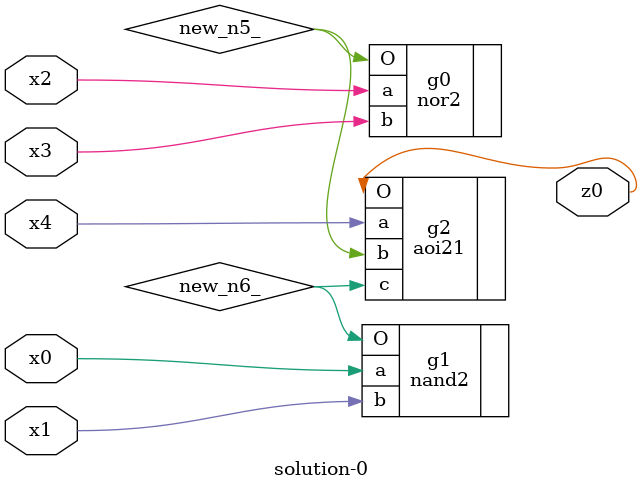
<source format=v>
module \solution-0 (
  x0, x1, x2, x3, x4,
  z0 );
  input x0, x1, x2, x3, x4;
  output z0;
  wire new_n5_, new_n6_;
  nor2  g0(.a(x2), .b(x3), .O(new_n5_));
  nand2  g1(.a(x0), .b(x1), .O(new_n6_));
  aoi21  g2(.a(x4), .b(new_n5_), .c(new_n6_), .O(z0));
endmodule

</source>
